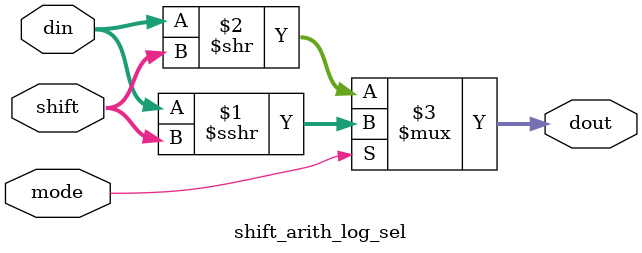
<source format=sv>
module shift_arith_log_sel #(parameter WIDTH=8) (
    input mode, // 0-logical, 1-arithmetic
    input [WIDTH-1:0] din,
    input [2:0] shift,
    output [WIDTH-1:0] dout
);
assign dout = mode ? ($signed(din) >>> shift) : (din >> shift);
endmodule

</source>
